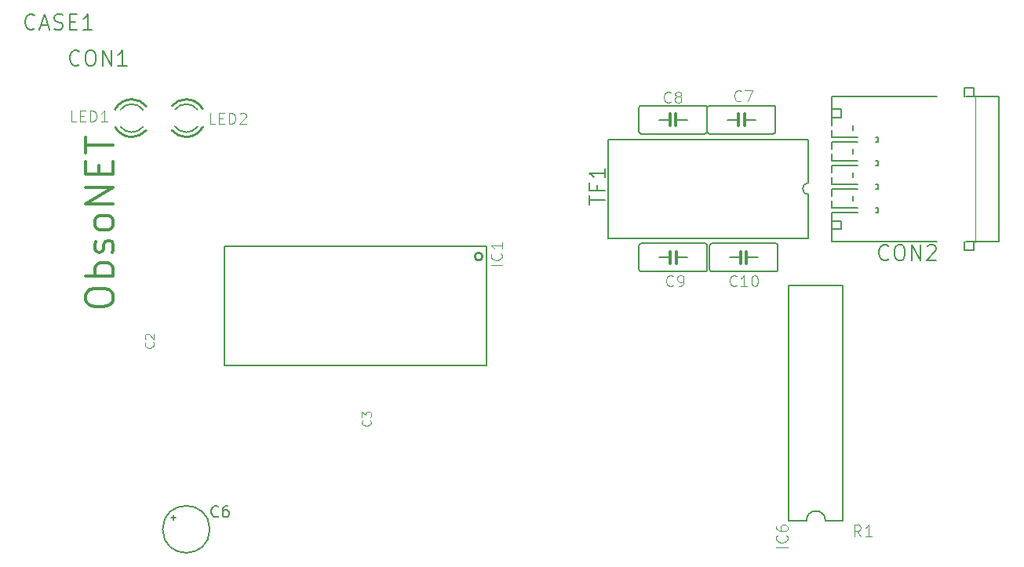
<source format=gbr>
%TF.GenerationSoftware,KiCad,Pcbnew,5.1.8-4.fc33*%
%TF.CreationDate,2021-01-04T09:43:00+01:00*%
%TF.ProjectId,obsonet_1,6f62736f-6e65-4745-9f31-2e6b69636164,rev?*%
%TF.SameCoordinates,Original*%
%TF.FileFunction,Legend,Top*%
%TF.FilePolarity,Positive*%
%FSLAX46Y46*%
G04 Gerber Fmt 4.6, Leading zero omitted, Abs format (unit mm)*
G04 Created by KiCad (PCBNEW 5.1.8-4.fc33) date 2021-01-04 09:43:00*
%MOMM*%
%LPD*%
G01*
G04 APERTURE LIST*
%ADD10C,0.300000*%
%ADD11C,0.152400*%
%ADD12C,0.203200*%
%ADD13C,0.050800*%
%ADD14C,0.304800*%
%ADD15C,0.254000*%
%ADD16C,0.081280*%
%ADD17C,0.127000*%
%ADD18C,0.101600*%
%ADD19C,0.135128*%
%ADD20C,0.177800*%
%ADD21C,0.120650*%
%ADD22C,0.096520*%
%ADD23C,0.142240*%
G04 APERTURE END LIST*
D10*
X101989142Y-96677714D02*
X101989142Y-96106285D01*
X102132000Y-95820571D01*
X102417714Y-95534857D01*
X102989142Y-95392000D01*
X103989142Y-95392000D01*
X104560571Y-95534857D01*
X104846285Y-95820571D01*
X104989142Y-96106285D01*
X104989142Y-96677714D01*
X104846285Y-96963428D01*
X104560571Y-97249142D01*
X103989142Y-97392000D01*
X102989142Y-97392000D01*
X102417714Y-97249142D01*
X102132000Y-96963428D01*
X101989142Y-96677714D01*
X104989142Y-94106285D02*
X101989142Y-94106285D01*
X103132000Y-94106285D02*
X102989142Y-93820571D01*
X102989142Y-93249142D01*
X103132000Y-92963428D01*
X103274857Y-92820571D01*
X103560571Y-92677714D01*
X104417714Y-92677714D01*
X104703428Y-92820571D01*
X104846285Y-92963428D01*
X104989142Y-93249142D01*
X104989142Y-93820571D01*
X104846285Y-94106285D01*
X104846285Y-91534857D02*
X104989142Y-91249142D01*
X104989142Y-90677714D01*
X104846285Y-90392000D01*
X104560571Y-90249142D01*
X104417714Y-90249142D01*
X104132000Y-90392000D01*
X103989142Y-90677714D01*
X103989142Y-91106285D01*
X103846285Y-91392000D01*
X103560571Y-91534857D01*
X103417714Y-91534857D01*
X103132000Y-91392000D01*
X102989142Y-91106285D01*
X102989142Y-90677714D01*
X103132000Y-90392000D01*
X104989142Y-88534857D02*
X104846285Y-88820571D01*
X104703428Y-88963428D01*
X104417714Y-89106285D01*
X103560571Y-89106285D01*
X103274857Y-88963428D01*
X103132000Y-88820571D01*
X102989142Y-88534857D01*
X102989142Y-88106285D01*
X103132000Y-87820571D01*
X103274857Y-87677714D01*
X103560571Y-87534857D01*
X104417714Y-87534857D01*
X104703428Y-87677714D01*
X104846285Y-87820571D01*
X104989142Y-88106285D01*
X104989142Y-88534857D01*
X104989142Y-86249142D02*
X101989142Y-86249142D01*
X104989142Y-84534857D01*
X101989142Y-84534857D01*
X103417714Y-83106285D02*
X103417714Y-82106285D01*
X104989142Y-81677714D02*
X104989142Y-83106285D01*
X101989142Y-83106285D01*
X101989142Y-81677714D01*
X101989142Y-80820571D02*
X101989142Y-79106285D01*
X104989142Y-79963428D02*
X101989142Y-79963428D01*
D11*
%TO.C,C6*%
X115401100Y-121415600D02*
G75*
G03*
X115401100Y-121415600I-2540000J0D01*
G01*
X111464100Y-120145600D02*
X111464100Y-119891600D01*
X111464100Y-120145600D02*
X111718100Y-120145600D01*
X111464100Y-120399600D02*
X111464100Y-120145600D01*
X111210100Y-120145600D02*
X111464100Y-120145600D01*
D12*
%TO.C,CON2*%
X185314500Y-87220900D02*
X182520500Y-87220900D01*
X187473500Y-87220900D02*
X187219500Y-87220900D01*
X187473500Y-86712900D02*
X187473500Y-87220900D01*
X185314500Y-86712900D02*
X182510500Y-86712900D01*
X187473500Y-86712900D02*
X187219500Y-86712900D01*
X184806500Y-77822900D02*
X184806500Y-78330900D01*
D13*
X197989100Y-90395900D02*
X197989100Y-74647900D01*
D12*
X185314500Y-84680900D02*
X182520500Y-84680900D01*
X187473500Y-84680900D02*
X187219500Y-84680900D01*
X187473500Y-84172900D02*
X187473500Y-84680900D01*
X185314500Y-84172900D02*
X182510500Y-84172900D01*
X187473500Y-84172900D02*
X187219500Y-84172900D01*
X185314500Y-82140900D02*
X182520500Y-82140900D01*
X187473500Y-82140900D02*
X187219500Y-82140900D01*
X187473500Y-81632900D02*
X187473500Y-82140900D01*
X185314500Y-81632900D02*
X182510500Y-81632900D01*
X187473500Y-81632900D02*
X187219500Y-81632900D01*
X183536500Y-76933900D02*
X182520500Y-76933900D01*
X183536500Y-76044900D02*
X183536500Y-76933900D01*
X182520500Y-76044900D02*
X183536500Y-76044900D01*
X183536500Y-88109900D02*
X182520500Y-88109900D01*
X183536500Y-88998900D02*
X183536500Y-88109900D01*
X182520500Y-88998900D02*
X183536500Y-88998900D01*
X184806500Y-85442900D02*
X184806500Y-85950900D01*
X184806500Y-82902900D02*
X184806500Y-83410900D01*
X184806500Y-80362900D02*
X184806500Y-80870900D01*
X185314500Y-79600900D02*
X182520500Y-79600900D01*
X187473500Y-79600900D02*
X187219500Y-79600900D01*
X187473500Y-79092900D02*
X187473500Y-79600900D01*
X196826500Y-91320900D02*
X196826500Y-90366900D01*
X197884500Y-91320900D02*
X196826500Y-91320900D01*
X197884500Y-90365900D02*
X197884500Y-91320900D01*
X196826500Y-73722900D02*
X196826500Y-74651900D01*
X197884500Y-73722900D02*
X196826500Y-73722900D01*
X197884500Y-74652900D02*
X197884500Y-73722900D01*
X196998500Y-74700900D02*
X200564500Y-74700900D01*
X182510500Y-74700900D02*
X193823500Y-74700900D01*
X182510500Y-77822900D02*
X182510500Y-74700900D01*
X182510500Y-79092900D02*
X182510500Y-78330900D01*
X185314500Y-79092900D02*
X182510500Y-79092900D01*
X187473500Y-79092900D02*
X187219500Y-79092900D01*
X182520500Y-80362900D02*
X182520500Y-79600900D01*
X182520500Y-81632900D02*
X182520500Y-80870900D01*
X182520500Y-82902900D02*
X182520500Y-82140900D01*
X182520500Y-84172900D02*
X182520500Y-83410900D01*
X182520500Y-85442900D02*
X182520500Y-84680900D01*
X182510500Y-86712900D02*
X182510500Y-85950900D01*
X182510500Y-90342900D02*
X182510500Y-87220900D01*
X193823500Y-90342900D02*
X182510500Y-90342900D01*
X200564500Y-90342900D02*
X196998500Y-90342900D01*
X200564500Y-74700900D02*
X200564500Y-90342900D01*
D11*
%TO.C,TF1*%
X180012300Y-79315100D02*
X158422300Y-79315100D01*
X180012300Y-89983100D02*
X158422300Y-89983100D01*
X180012300Y-89983100D02*
X180012300Y-85284100D01*
X158422300Y-79315100D02*
X158422300Y-89983100D01*
X180012300Y-84014100D02*
X180012300Y-79315100D01*
X180012300Y-85284100D02*
G75*
G02*
X180012300Y-84014100I0J635000D01*
G01*
%TO.C,C7*%
X176202500Y-75663800D02*
X169344500Y-75663800D01*
X176456500Y-78457800D02*
X176456500Y-75917800D01*
X169344500Y-78711800D02*
X176202500Y-78711800D01*
X169090500Y-75917800D02*
X169090500Y-78457800D01*
X173103700Y-77187800D02*
X174297500Y-77187800D01*
D14*
X173103700Y-77187800D02*
X173103700Y-77822800D01*
X173103700Y-76552800D02*
X173103700Y-77187800D01*
D11*
X172468700Y-77187800D02*
X171249500Y-77187800D01*
D14*
X172468700Y-77187800D02*
X172468700Y-77822800D01*
X172468700Y-76552800D02*
X172468700Y-77187800D01*
D11*
X169344500Y-75663800D02*
G75*
G03*
X169090500Y-75917800I0J-254000D01*
G01*
X169344500Y-78711800D02*
G75*
G02*
X169090500Y-78457800I0J254000D01*
G01*
X176456500Y-78457800D02*
G75*
G02*
X176202500Y-78711800I-254000J0D01*
G01*
X176456500Y-75917800D02*
G75*
G03*
X176202500Y-75663800I-254000J0D01*
G01*
%TO.C,C8*%
X161978400Y-78711800D02*
X168836400Y-78711800D01*
X161724400Y-75917800D02*
X161724400Y-78457800D01*
X168836400Y-75663800D02*
X161978400Y-75663800D01*
X169090400Y-78457800D02*
X169090400Y-75917800D01*
X165077200Y-77187800D02*
X163883400Y-77187800D01*
D14*
X165077200Y-77187800D02*
X165077200Y-76552800D01*
X165077200Y-77822800D02*
X165077200Y-77187800D01*
D11*
X165712200Y-77187800D02*
X166931400Y-77187800D01*
D14*
X165712200Y-77187800D02*
X165712200Y-76552800D01*
X165712200Y-77822800D02*
X165712200Y-77187800D01*
D11*
X168836400Y-78711800D02*
G75*
G03*
X169090400Y-78457800I0J254000D01*
G01*
X168836400Y-75663800D02*
G75*
G02*
X169090400Y-75917800I0J-254000D01*
G01*
X161724400Y-75917800D02*
G75*
G02*
X161978400Y-75663800I254000J0D01*
G01*
X161724400Y-78457800D02*
G75*
G03*
X161978400Y-78711800I254000J0D01*
G01*
%TO.C,C9*%
X168836400Y-90554600D02*
X161978400Y-90554600D01*
X169090400Y-93348600D02*
X169090400Y-90808600D01*
X161978400Y-93602600D02*
X168836400Y-93602600D01*
X161724400Y-90808600D02*
X161724400Y-93348600D01*
X165737600Y-92078600D02*
X166931400Y-92078600D01*
D14*
X165737600Y-92078600D02*
X165737600Y-92713600D01*
X165737600Y-91443600D02*
X165737600Y-92078600D01*
D11*
X165102600Y-92078600D02*
X163883400Y-92078600D01*
D14*
X165102600Y-92078600D02*
X165102600Y-92713600D01*
X165102600Y-91443600D02*
X165102600Y-92078600D01*
D11*
X161978400Y-90554600D02*
G75*
G03*
X161724400Y-90808600I0J-254000D01*
G01*
X161978400Y-93602600D02*
G75*
G02*
X161724400Y-93348600I0J254000D01*
G01*
X169090400Y-93348600D02*
G75*
G02*
X168836400Y-93602600I-254000J0D01*
G01*
X169090400Y-90808600D02*
G75*
G03*
X168836400Y-90554600I-254000J0D01*
G01*
%TO.C,C10*%
X169598300Y-93602600D02*
X176456300Y-93602600D01*
X169344300Y-90808600D02*
X169344300Y-93348600D01*
X176456300Y-90554600D02*
X169598300Y-90554600D01*
X176710300Y-93348600D02*
X176710300Y-90808600D01*
X172697100Y-92078600D02*
X171503300Y-92078600D01*
D14*
X172697100Y-92078600D02*
X172697100Y-91443600D01*
X172697100Y-92713600D02*
X172697100Y-92078600D01*
D11*
X173332100Y-92078600D02*
X174551300Y-92078600D01*
D14*
X173332100Y-92078600D02*
X173332100Y-91443600D01*
X173332100Y-92713600D02*
X173332100Y-92078600D01*
D11*
X176456300Y-93602600D02*
G75*
G03*
X176710300Y-93348600I0J254000D01*
G01*
X176456300Y-90554600D02*
G75*
G02*
X176710300Y-90808600I0J-254000D01*
G01*
X169344300Y-90808600D02*
G75*
G02*
X169598300Y-90554600I254000J0D01*
G01*
X169344300Y-93348600D02*
G75*
G03*
X169598300Y-93602600I254000J0D01*
G01*
%TO.C,IC6*%
X183727100Y-120463100D02*
X181822100Y-120463100D01*
X177885100Y-120463100D02*
X179790100Y-120463100D01*
X177885100Y-95063100D02*
X183727100Y-95063100D01*
X183727100Y-120463100D02*
X183727100Y-95063100D01*
X177885100Y-95063100D02*
X177885100Y-120463100D01*
X181822100Y-120463100D02*
G75*
G03*
X179790100Y-120463100I-1016000J0D01*
G01*
D15*
%TO.C,LED1*%
X106987500Y-79061200D02*
G75*
G02*
X105223200Y-78037400I-56J2032000D01*
G01*
X108538700Y-78341800D02*
G75*
G02*
X106987500Y-79061200I-1551163J1312600D01*
G01*
X106987500Y-74997200D02*
G75*
G03*
X105194600Y-76073000I60J-2032000D01*
G01*
X108548500Y-75728300D02*
G75*
G03*
X106987500Y-74997200I-1560988J-1300900D01*
G01*
D11*
X106987500Y-78553200D02*
G75*
G02*
X105784500Y-77964800I8J1524000D01*
G01*
X108190500Y-77964800D02*
G75*
G02*
X106987500Y-78553200I-1203008J935600D01*
G01*
X106987500Y-75505200D02*
G75*
G03*
X105768300Y-76114800I0J-1524000D01*
G01*
X108227600Y-76143399D02*
G75*
G03*
X106987500Y-75505200I-1240134J-885801D01*
G01*
D15*
%TO.C,LED2*%
X112861100Y-74997100D02*
G75*
G02*
X114625400Y-76020900I56J-2032000D01*
G01*
X111309900Y-75716500D02*
G75*
G02*
X112861100Y-74997100I1551163J-1312600D01*
G01*
X112861100Y-79061100D02*
G75*
G03*
X114654000Y-77985300I-60J2032000D01*
G01*
X111300100Y-78330000D02*
G75*
G03*
X112861100Y-79061100I1560988J1300900D01*
G01*
D11*
X112861100Y-75505100D02*
G75*
G02*
X114064100Y-76093500I-8J-1524000D01*
G01*
X111658100Y-76093500D02*
G75*
G02*
X112861100Y-75505100I1203008J-935600D01*
G01*
X112861100Y-78553100D02*
G75*
G03*
X114080300Y-77943500I0J1524000D01*
G01*
X111621000Y-77914901D02*
G75*
G03*
X112861100Y-78553100I1240134J885801D01*
G01*
D15*
%TO.C,IC1*%
X144829700Y-91985600D02*
G75*
G03*
X144829700Y-91985600I-412300J0D01*
G01*
D12*
X116987400Y-103725600D02*
X116987400Y-90845600D01*
X145247400Y-103725600D02*
X116987400Y-103725600D01*
X145247400Y-90845600D02*
X145247400Y-103725600D01*
X116987400Y-90845600D02*
X145247400Y-90845600D01*
%TO.C,C2*%
D16*
X109285314Y-101231917D02*
X109331276Y-101277879D01*
X109377238Y-101415765D01*
X109377238Y-101507689D01*
X109331276Y-101645574D01*
X109239352Y-101737498D01*
X109147428Y-101783460D01*
X108963580Y-101829422D01*
X108825695Y-101829422D01*
X108641847Y-101783460D01*
X108549923Y-101737498D01*
X108458000Y-101645574D01*
X108412038Y-101507689D01*
X108412038Y-101415765D01*
X108458000Y-101277879D01*
X108503961Y-101231917D01*
X108503961Y-100864222D02*
X108458000Y-100818260D01*
X108412038Y-100726336D01*
X108412038Y-100496527D01*
X108458000Y-100404603D01*
X108503961Y-100358641D01*
X108595885Y-100312679D01*
X108687809Y-100312679D01*
X108825695Y-100358641D01*
X109377238Y-100910184D01*
X109377238Y-100312679D01*
%TO.C,C3*%
X132704114Y-109655815D02*
X132750076Y-109701777D01*
X132796038Y-109839663D01*
X132796038Y-109931587D01*
X132750076Y-110069472D01*
X132658152Y-110161396D01*
X132566228Y-110207358D01*
X132382380Y-110253320D01*
X132244495Y-110253320D01*
X132060647Y-110207358D01*
X131968723Y-110161396D01*
X131876800Y-110069472D01*
X131830838Y-109931587D01*
X131830838Y-109839663D01*
X131876800Y-109701777D01*
X131922761Y-109655815D01*
X131830838Y-109334082D02*
X131830838Y-108736577D01*
X132198533Y-109058310D01*
X132198533Y-108920425D01*
X132244495Y-108828501D01*
X132290457Y-108782539D01*
X132382380Y-108736577D01*
X132612190Y-108736577D01*
X132704114Y-108782539D01*
X132750076Y-108828501D01*
X132796038Y-108920425D01*
X132796038Y-109196196D01*
X132750076Y-109288120D01*
X132704114Y-109334082D01*
%TO.C,C6*%
D17*
X116333340Y-119973242D02*
X116275888Y-120030695D01*
X116103530Y-120088147D01*
X115988626Y-120088147D01*
X115816269Y-120030695D01*
X115701364Y-119915790D01*
X115643911Y-119800885D01*
X115586459Y-119571076D01*
X115586459Y-119398719D01*
X115643911Y-119168909D01*
X115701364Y-119054004D01*
X115816269Y-118939100D01*
X115988626Y-118881647D01*
X116103530Y-118881647D01*
X116275888Y-118939100D01*
X116333340Y-118996552D01*
X117367483Y-118881647D02*
X117137673Y-118881647D01*
X117022769Y-118939100D01*
X116965316Y-118996552D01*
X116850411Y-119168909D01*
X116792959Y-119398719D01*
X116792959Y-119858338D01*
X116850411Y-119973242D01*
X116907864Y-120030695D01*
X117022769Y-120088147D01*
X117252578Y-120088147D01*
X117367483Y-120030695D01*
X117424935Y-119973242D01*
X117482388Y-119858338D01*
X117482388Y-119571076D01*
X117424935Y-119456171D01*
X117367483Y-119398719D01*
X117252578Y-119341266D01*
X117022769Y-119341266D01*
X116907864Y-119398719D01*
X116850411Y-119456171D01*
X116792959Y-119571076D01*
%TO.C,R1*%
D18*
X185658830Y-122151647D02*
X185256663Y-121577123D01*
X184969401Y-122151647D02*
X184969401Y-120945147D01*
X185429020Y-120945147D01*
X185543925Y-121002600D01*
X185601378Y-121060052D01*
X185658830Y-121174957D01*
X185658830Y-121347314D01*
X185601378Y-121462219D01*
X185543925Y-121519671D01*
X185429020Y-121577123D01*
X184969401Y-121577123D01*
X186807878Y-122151647D02*
X186118449Y-122151647D01*
X186463163Y-122151647D02*
X186463163Y-120945147D01*
X186348259Y-121117504D01*
X186233354Y-121232409D01*
X186118449Y-121289861D01*
%TO.C,CON2*%
D19*
X188653199Y-92214700D02*
X188572766Y-92295133D01*
X188331466Y-92375566D01*
X188170599Y-92375566D01*
X187929299Y-92295133D01*
X187768433Y-92134266D01*
X187687999Y-91973400D01*
X187607566Y-91651666D01*
X187607566Y-91410366D01*
X187687999Y-91088633D01*
X187768433Y-90927766D01*
X187929299Y-90766900D01*
X188170599Y-90686466D01*
X188331466Y-90686466D01*
X188572766Y-90766900D01*
X188653199Y-90847333D01*
X189698833Y-90686466D02*
X190020566Y-90686466D01*
X190181433Y-90766900D01*
X190342299Y-90927766D01*
X190422733Y-91249500D01*
X190422733Y-91812533D01*
X190342299Y-92134266D01*
X190181433Y-92295133D01*
X190020566Y-92375566D01*
X189698833Y-92375566D01*
X189537966Y-92295133D01*
X189377099Y-92134266D01*
X189296666Y-91812533D01*
X189296666Y-91249500D01*
X189377099Y-90927766D01*
X189537966Y-90766900D01*
X189698833Y-90686466D01*
X191146633Y-92375566D02*
X191146633Y-90686466D01*
X192111833Y-92375566D01*
X192111833Y-90686466D01*
X192835733Y-90847333D02*
X192916166Y-90766900D01*
X193077033Y-90686466D01*
X193479199Y-90686466D01*
X193640066Y-90766900D01*
X193720499Y-90847333D01*
X193800933Y-91008200D01*
X193800933Y-91169066D01*
X193720499Y-91410366D01*
X192755299Y-92375566D01*
X193800933Y-92375566D01*
%TO.C,TF1*%
D20*
X156383566Y-86340103D02*
X156383566Y-85374903D01*
X158072666Y-85857503D02*
X156383566Y-85857503D01*
X157187900Y-84248836D02*
X157187900Y-84811870D01*
X158072666Y-84811870D02*
X156383566Y-84811870D01*
X156383566Y-84007536D01*
X158072666Y-82479303D02*
X158072666Y-83444503D01*
X158072666Y-82961903D02*
X156383566Y-82961903D01*
X156624866Y-83122770D01*
X156785733Y-83283636D01*
X156866166Y-83444503D01*
%TO.C,C7*%
D21*
X172759112Y-75110442D02*
X172701660Y-75167895D01*
X172529303Y-75225347D01*
X172414398Y-75225347D01*
X172242041Y-75167895D01*
X172127136Y-75052990D01*
X172069684Y-74938085D01*
X172012232Y-74708276D01*
X172012232Y-74535919D01*
X172069684Y-74306109D01*
X172127136Y-74191204D01*
X172242041Y-74076300D01*
X172414398Y-74018847D01*
X172529303Y-74018847D01*
X172701660Y-74076300D01*
X172759112Y-74133752D01*
X173161279Y-74018847D02*
X173965612Y-74018847D01*
X173448541Y-75225347D01*
%TO.C,C8*%
X165139112Y-75265642D02*
X165081660Y-75323095D01*
X164909303Y-75380547D01*
X164794398Y-75380547D01*
X164622041Y-75323095D01*
X164507136Y-75208190D01*
X164449684Y-75093285D01*
X164392232Y-74863476D01*
X164392232Y-74691119D01*
X164449684Y-74461309D01*
X164507136Y-74346404D01*
X164622041Y-74231500D01*
X164794398Y-74174047D01*
X164909303Y-74174047D01*
X165081660Y-74231500D01*
X165139112Y-74288952D01*
X165828541Y-74691119D02*
X165713636Y-74633666D01*
X165656184Y-74576214D01*
X165598732Y-74461309D01*
X165598732Y-74403857D01*
X165656184Y-74288952D01*
X165713636Y-74231500D01*
X165828541Y-74174047D01*
X166058351Y-74174047D01*
X166173255Y-74231500D01*
X166230708Y-74288952D01*
X166288160Y-74403857D01*
X166288160Y-74461309D01*
X166230708Y-74576214D01*
X166173255Y-74633666D01*
X166058351Y-74691119D01*
X165828541Y-74691119D01*
X165713636Y-74748571D01*
X165656184Y-74806023D01*
X165598732Y-74920928D01*
X165598732Y-75150738D01*
X165656184Y-75265642D01*
X165713636Y-75323095D01*
X165828541Y-75380547D01*
X166058351Y-75380547D01*
X166173255Y-75323095D01*
X166230708Y-75265642D01*
X166288160Y-75150738D01*
X166288160Y-74920928D01*
X166230708Y-74806023D01*
X166173255Y-74748571D01*
X166058351Y-74691119D01*
%TO.C,C9*%
X165393112Y-95077642D02*
X165335660Y-95135095D01*
X165163303Y-95192547D01*
X165048398Y-95192547D01*
X164876041Y-95135095D01*
X164761136Y-95020190D01*
X164703684Y-94905285D01*
X164646232Y-94675476D01*
X164646232Y-94503119D01*
X164703684Y-94273309D01*
X164761136Y-94158404D01*
X164876041Y-94043500D01*
X165048398Y-93986047D01*
X165163303Y-93986047D01*
X165335660Y-94043500D01*
X165393112Y-94100952D01*
X165967636Y-95192547D02*
X166197446Y-95192547D01*
X166312351Y-95135095D01*
X166369803Y-95077642D01*
X166484708Y-94905285D01*
X166542160Y-94675476D01*
X166542160Y-94215857D01*
X166484708Y-94100952D01*
X166427255Y-94043500D01*
X166312351Y-93986047D01*
X166082541Y-93986047D01*
X165967636Y-94043500D01*
X165910184Y-94100952D01*
X165852732Y-94215857D01*
X165852732Y-94503119D01*
X165910184Y-94618023D01*
X165967636Y-94675476D01*
X166082541Y-94732928D01*
X166312351Y-94732928D01*
X166427255Y-94675476D01*
X166484708Y-94618023D01*
X166542160Y-94503119D01*
%TO.C,C10*%
X172251112Y-95077642D02*
X172193660Y-95135095D01*
X172021303Y-95192547D01*
X171906398Y-95192547D01*
X171734041Y-95135095D01*
X171619136Y-95020190D01*
X171561684Y-94905285D01*
X171504232Y-94675476D01*
X171504232Y-94503119D01*
X171561684Y-94273309D01*
X171619136Y-94158404D01*
X171734041Y-94043500D01*
X171906398Y-93986047D01*
X172021303Y-93986047D01*
X172193660Y-94043500D01*
X172251112Y-94100952D01*
X173400160Y-95192547D02*
X172710732Y-95192547D01*
X173055446Y-95192547D02*
X173055446Y-93986047D01*
X172940541Y-94158404D01*
X172825636Y-94273309D01*
X172710732Y-94330761D01*
X174147041Y-93986047D02*
X174261946Y-93986047D01*
X174376851Y-94043500D01*
X174434303Y-94100952D01*
X174491755Y-94215857D01*
X174549208Y-94445666D01*
X174549208Y-94732928D01*
X174491755Y-94962738D01*
X174434303Y-95077642D01*
X174376851Y-95135095D01*
X174261946Y-95192547D01*
X174147041Y-95192547D01*
X174032136Y-95135095D01*
X173974684Y-95077642D01*
X173917232Y-94962738D01*
X173859779Y-94732928D01*
X173859779Y-94445666D01*
X173917232Y-94215857D01*
X173974684Y-94100952D01*
X174032136Y-94043500D01*
X174147041Y-93986047D01*
%TO.C,IC6*%
D22*
X177742547Y-123348000D02*
X176536047Y-123348000D01*
X177627642Y-122084047D02*
X177685095Y-122141500D01*
X177742547Y-122313857D01*
X177742547Y-122428762D01*
X177685095Y-122601119D01*
X177570190Y-122716023D01*
X177455285Y-122773476D01*
X177225476Y-122830928D01*
X177053119Y-122830928D01*
X176823309Y-122773476D01*
X176708404Y-122716023D01*
X176593500Y-122601119D01*
X176536047Y-122428762D01*
X176536047Y-122313857D01*
X176593500Y-122141500D01*
X176650952Y-122084047D01*
X176536047Y-121049904D02*
X176536047Y-121279714D01*
X176593500Y-121394619D01*
X176650952Y-121452071D01*
X176823309Y-121566976D01*
X177053119Y-121624428D01*
X177512738Y-121624428D01*
X177627642Y-121566976D01*
X177685095Y-121509523D01*
X177742547Y-121394619D01*
X177742547Y-121164809D01*
X177685095Y-121049904D01*
X177627642Y-120992452D01*
X177512738Y-120935000D01*
X177225476Y-120935000D01*
X177110571Y-120992452D01*
X177053119Y-121049904D01*
X176995666Y-121164809D01*
X176995666Y-121394619D01*
X177053119Y-121509523D01*
X177110571Y-121566976D01*
X177225476Y-121624428D01*
%TO.C,LED1*%
D21*
X101016208Y-77412547D02*
X100441684Y-77412547D01*
X100441684Y-76206047D01*
X101418374Y-76780571D02*
X101820541Y-76780571D01*
X101992898Y-77412547D02*
X101418374Y-77412547D01*
X101418374Y-76206047D01*
X101992898Y-76206047D01*
X102509970Y-77412547D02*
X102509970Y-76206047D01*
X102797232Y-76206047D01*
X102969589Y-76263500D01*
X103084493Y-76378404D01*
X103141946Y-76493309D01*
X103199398Y-76723119D01*
X103199398Y-76895476D01*
X103141946Y-77125285D01*
X103084493Y-77240190D01*
X102969589Y-77355095D01*
X102797232Y-77412547D01*
X102509970Y-77412547D01*
X104348446Y-77412547D02*
X103659017Y-77412547D01*
X104003732Y-77412547D02*
X104003732Y-76206047D01*
X103888827Y-76378404D01*
X103773922Y-76493309D01*
X103659017Y-76550761D01*
%TO.C,LED2*%
X116002208Y-77666547D02*
X115427684Y-77666547D01*
X115427684Y-76460047D01*
X116404374Y-77034571D02*
X116806541Y-77034571D01*
X116978898Y-77666547D02*
X116404374Y-77666547D01*
X116404374Y-76460047D01*
X116978898Y-76460047D01*
X117495970Y-77666547D02*
X117495970Y-76460047D01*
X117783232Y-76460047D01*
X117955589Y-76517500D01*
X118070493Y-76632404D01*
X118127946Y-76747309D01*
X118185398Y-76977119D01*
X118185398Y-77149476D01*
X118127946Y-77379285D01*
X118070493Y-77494190D01*
X117955589Y-77609095D01*
X117783232Y-77666547D01*
X117495970Y-77666547D01*
X118645017Y-76574952D02*
X118702470Y-76517500D01*
X118817374Y-76460047D01*
X119104636Y-76460047D01*
X119219541Y-76517500D01*
X119276993Y-76574952D01*
X119334446Y-76689857D01*
X119334446Y-76804761D01*
X119276993Y-76977119D01*
X118587565Y-77666547D01*
X119334446Y-77666547D01*
%TO.C,IC1*%
D18*
X146945047Y-92878849D02*
X145738547Y-92878849D01*
X146830142Y-91614897D02*
X146887595Y-91672349D01*
X146945047Y-91844706D01*
X146945047Y-91959611D01*
X146887595Y-92131968D01*
X146772690Y-92246873D01*
X146657785Y-92304325D01*
X146427976Y-92361778D01*
X146255619Y-92361778D01*
X146025809Y-92304325D01*
X145910904Y-92246873D01*
X145796000Y-92131968D01*
X145738547Y-91959611D01*
X145738547Y-91844706D01*
X145796000Y-91672349D01*
X145853452Y-91614897D01*
X146945047Y-90465849D02*
X146945047Y-91155278D01*
X146945047Y-90810563D02*
X145738547Y-90810563D01*
X145910904Y-90925468D01*
X146025809Y-91040373D01*
X146083261Y-91155278D01*
%TO.C,CON1*%
D23*
X101330922Y-71214300D02*
X101250489Y-71294733D01*
X101009189Y-71375166D01*
X100848322Y-71375166D01*
X100607022Y-71294733D01*
X100446156Y-71133866D01*
X100365722Y-70973000D01*
X100285289Y-70651266D01*
X100285289Y-70409966D01*
X100365722Y-70088233D01*
X100446156Y-69927366D01*
X100607022Y-69766500D01*
X100848322Y-69686066D01*
X101009189Y-69686066D01*
X101250489Y-69766500D01*
X101330922Y-69846933D01*
X102376556Y-69686066D02*
X102698289Y-69686066D01*
X102859156Y-69766500D01*
X103020022Y-69927366D01*
X103100456Y-70249100D01*
X103100456Y-70812133D01*
X103020022Y-71133866D01*
X102859156Y-71294733D01*
X102698289Y-71375166D01*
X102376556Y-71375166D01*
X102215689Y-71294733D01*
X102054822Y-71133866D01*
X101974389Y-70812133D01*
X101974389Y-70249100D01*
X102054822Y-69927366D01*
X102215689Y-69766500D01*
X102376556Y-69686066D01*
X103824356Y-71375166D02*
X103824356Y-69686066D01*
X104789556Y-71375166D01*
X104789556Y-69686066D01*
X106478656Y-71375166D02*
X105513456Y-71375166D01*
X105996056Y-71375166D02*
X105996056Y-69686066D01*
X105835189Y-69927366D01*
X105674322Y-70088233D01*
X105513456Y-70168666D01*
%TO.C,CASE1*%
X96520922Y-67334300D02*
X96440489Y-67414733D01*
X96199189Y-67495166D01*
X96038322Y-67495166D01*
X95797022Y-67414733D01*
X95636156Y-67253866D01*
X95555722Y-67093000D01*
X95475289Y-66771266D01*
X95475289Y-66529966D01*
X95555722Y-66208233D01*
X95636156Y-66047366D01*
X95797022Y-65886500D01*
X96038322Y-65806066D01*
X96199189Y-65806066D01*
X96440489Y-65886500D01*
X96520922Y-65966933D01*
X97164389Y-67012566D02*
X97968722Y-67012566D01*
X97003522Y-67495166D02*
X97566556Y-65806066D01*
X98129589Y-67495166D01*
X98612189Y-67414733D02*
X98853489Y-67495166D01*
X99255656Y-67495166D01*
X99416522Y-67414733D01*
X99496956Y-67334300D01*
X99577389Y-67173433D01*
X99577389Y-67012566D01*
X99496956Y-66851700D01*
X99416522Y-66771266D01*
X99255656Y-66690833D01*
X98933922Y-66610400D01*
X98773056Y-66529966D01*
X98692622Y-66449533D01*
X98612189Y-66288666D01*
X98612189Y-66127800D01*
X98692622Y-65966933D01*
X98773056Y-65886500D01*
X98933922Y-65806066D01*
X99336089Y-65806066D01*
X99577389Y-65886500D01*
X100301289Y-66610400D02*
X100864322Y-66610400D01*
X101105622Y-67495166D02*
X100301289Y-67495166D01*
X100301289Y-65806066D01*
X101105622Y-65806066D01*
X102714289Y-67495166D02*
X101749089Y-67495166D01*
X102231689Y-67495166D02*
X102231689Y-65806066D01*
X102070822Y-66047366D01*
X101909956Y-66208233D01*
X101749089Y-66288666D01*
%TD*%
M02*

</source>
